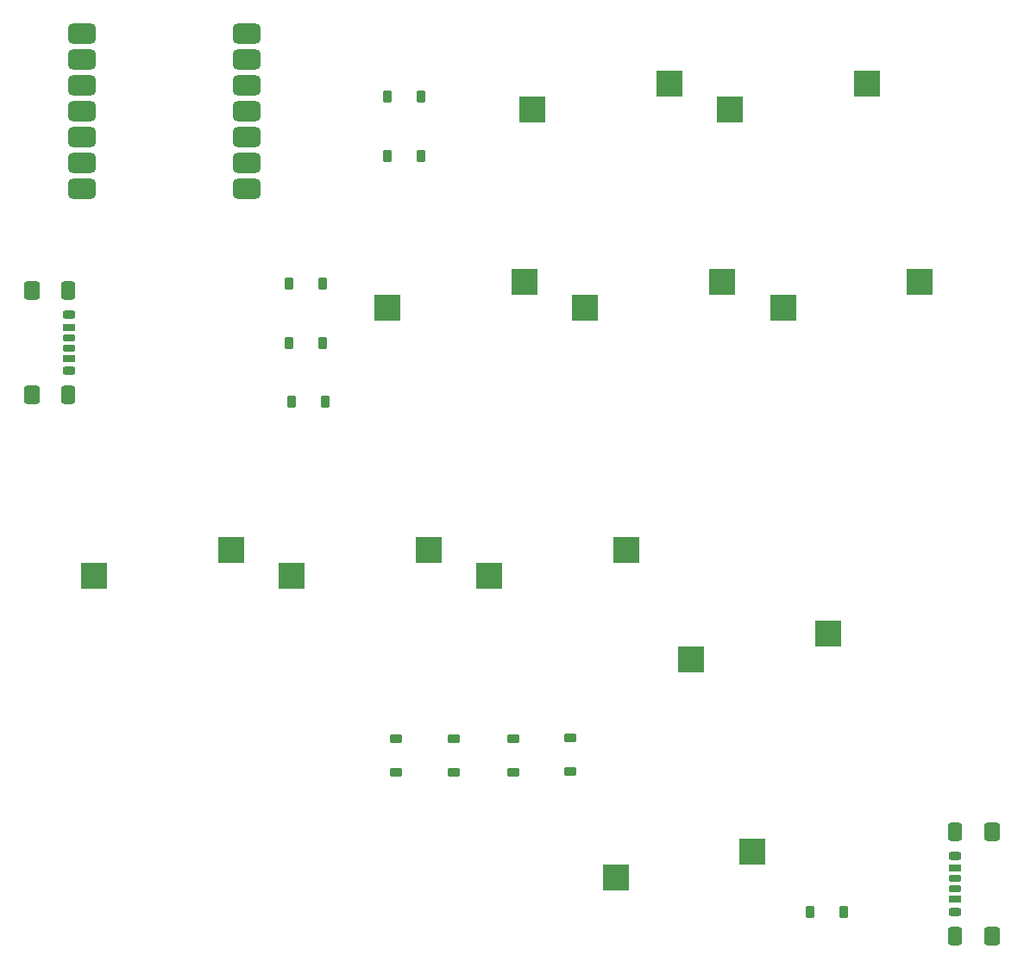
<source format=gbr>
%TF.GenerationSoftware,KiCad,Pcbnew,8.0.5*%
%TF.CreationDate,2024-10-06T16:45:38+11:00*%
%TF.ProjectId,TetrisKeyboard,54657472-6973-44b6-9579-626f6172642e,rev?*%
%TF.SameCoordinates,Original*%
%TF.FileFunction,Paste,Bot*%
%TF.FilePolarity,Positive*%
%FSLAX46Y46*%
G04 Gerber Fmt 4.6, Leading zero omitted, Abs format (unit mm)*
G04 Created by KiCad (PCBNEW 8.0.5) date 2024-10-06 16:45:38*
%MOMM*%
%LPD*%
G01*
G04 APERTURE LIST*
G04 Aperture macros list*
%AMRoundRect*
0 Rectangle with rounded corners*
0 $1 Rounding radius*
0 $2 $3 $4 $5 $6 $7 $8 $9 X,Y pos of 4 corners*
0 Add a 4 corners polygon primitive as box body*
4,1,4,$2,$3,$4,$5,$6,$7,$8,$9,$2,$3,0*
0 Add four circle primitives for the rounded corners*
1,1,$1+$1,$2,$3*
1,1,$1+$1,$4,$5*
1,1,$1+$1,$6,$7*
1,1,$1+$1,$8,$9*
0 Add four rect primitives between the rounded corners*
20,1,$1+$1,$2,$3,$4,$5,0*
20,1,$1+$1,$4,$5,$6,$7,0*
20,1,$1+$1,$6,$7,$8,$9,0*
20,1,$1+$1,$8,$9,$2,$3,0*%
G04 Aperture macros list end*
%ADD10R,2.550000X2.500000*%
%ADD11RoundRect,0.175000X0.425000X-0.175000X0.425000X0.175000X-0.425000X0.175000X-0.425000X-0.175000X0*%
%ADD12RoundRect,0.190000X-0.410000X0.190000X-0.410000X-0.190000X0.410000X-0.190000X0.410000X0.190000X0*%
%ADD13RoundRect,0.200000X-0.400000X0.200000X-0.400000X-0.200000X0.400000X-0.200000X0.400000X0.200000X0*%
%ADD14RoundRect,0.175000X-0.425000X0.175000X-0.425000X-0.175000X0.425000X-0.175000X0.425000X0.175000X0*%
%ADD15RoundRect,0.190000X0.410000X-0.190000X0.410000X0.190000X-0.410000X0.190000X-0.410000X-0.190000X0*%
%ADD16RoundRect,0.200000X0.400000X-0.200000X0.400000X0.200000X-0.400000X0.200000X-0.400000X-0.200000X0*%
%ADD17RoundRect,0.250000X0.500000X-0.650000X0.500000X0.650000X-0.500000X0.650000X-0.500000X-0.650000X0*%
%ADD18RoundRect,0.250000X0.425000X-0.650000X0.425000X0.650000X-0.425000X0.650000X-0.425000X-0.650000X0*%
%ADD19RoundRect,0.225000X0.375000X-0.225000X0.375000X0.225000X-0.375000X0.225000X-0.375000X-0.225000X0*%
%ADD20RoundRect,0.225000X-0.225000X-0.375000X0.225000X-0.375000X0.225000X0.375000X-0.225000X0.375000X0*%
%ADD21RoundRect,0.250000X-0.500000X0.650000X-0.500000X-0.650000X0.500000X-0.650000X0.500000X0.650000X0*%
%ADD22RoundRect,0.250000X-0.425000X0.650000X-0.425000X-0.650000X0.425000X-0.650000X0.425000X0.650000X0*%
%ADD23RoundRect,0.500000X0.875000X0.500000X-0.875000X0.500000X-0.875000X-0.500000X0.875000X-0.500000X0*%
G04 APERTURE END LIST*
D10*
%TO.C,SW9*%
X46990000Y-89060000D03*
X60415000Y-86520000D03*
%TD*%
%TO.C,SW6*%
X78790000Y-118660000D03*
X92215000Y-116120000D03*
%TD*%
%TO.C,SW1*%
X56390000Y-62740000D03*
X69815000Y-60200000D03*
%TD*%
%TO.C,SW4*%
X70590000Y-43260000D03*
X84015000Y-40720000D03*
%TD*%
%TO.C,SW5*%
X89990000Y-43260000D03*
X103415000Y-40720000D03*
%TD*%
%TO.C,SW10*%
X27590000Y-89060000D03*
X41015000Y-86520000D03*
%TD*%
%TO.C,SW7*%
X86190000Y-97260000D03*
X99615000Y-94720000D03*
%TD*%
%TO.C,SW3*%
X95200000Y-62740000D03*
X108625000Y-60200000D03*
%TD*%
%TO.C,SW8*%
X66390000Y-89060000D03*
X79815000Y-86520000D03*
%TD*%
%TO.C,SW2*%
X75790000Y-62740000D03*
X89215000Y-60200000D03*
%TD*%
D11*
%TO.C,USB_C*%
X25132500Y-66700000D03*
D12*
X25132500Y-64680000D03*
D13*
X25132500Y-63450000D03*
D14*
X25132500Y-65700000D03*
D15*
X25132500Y-67720000D03*
D16*
X25132500Y-68950000D03*
D17*
X21497500Y-71325000D03*
D18*
X25077500Y-71325000D03*
D17*
X21497500Y-61075000D03*
D18*
X25077500Y-61075000D03*
%TD*%
D19*
%TO.C,D8*%
X68700000Y-108350000D03*
X68700000Y-105050000D03*
%TD*%
%TO.C,D7*%
X62900000Y-108350000D03*
X62900000Y-105050000D03*
%TD*%
D20*
%TO.C,D4*%
X56350000Y-42000000D03*
X59650000Y-42000000D03*
%TD*%
%TO.C,D10*%
X97850000Y-122100000D03*
X101150000Y-122100000D03*
%TD*%
D19*
%TO.C,D9*%
X57200000Y-108350000D03*
X57200000Y-105050000D03*
%TD*%
D14*
%TO.C,USB_C*%
X112067500Y-118800000D03*
D15*
X112067500Y-120820000D03*
D16*
X112067500Y-122050000D03*
D11*
X112067500Y-119800000D03*
D12*
X112067500Y-117780000D03*
D13*
X112067500Y-116550000D03*
D21*
X115702500Y-114175000D03*
D22*
X112122500Y-114175000D03*
D21*
X115702500Y-124425000D03*
D22*
X112122500Y-124425000D03*
%TD*%
D19*
%TO.C,D6*%
X74300000Y-108250000D03*
X74300000Y-104950000D03*
%TD*%
D20*
%TO.C,D5*%
X56350000Y-47800000D03*
X59650000Y-47800000D03*
%TD*%
%TO.C,D1*%
X46750000Y-60400000D03*
X50050000Y-60400000D03*
%TD*%
D23*
%TO.C,Seed XIAO RP2040*%
X42582500Y-35785000D03*
X42582500Y-38325000D03*
X42582500Y-40865000D03*
X42582500Y-43405000D03*
X42582500Y-45945000D03*
X42582500Y-48485000D03*
X42582500Y-51025000D03*
X26417500Y-51025000D03*
X26417500Y-48485000D03*
X26417500Y-45945000D03*
X26417500Y-43405000D03*
X26417500Y-40865000D03*
X26417500Y-38325000D03*
X26417500Y-35785000D03*
%TD*%
D20*
%TO.C,D2*%
X46750000Y-66200000D03*
X50050000Y-66200000D03*
%TD*%
%TO.C,D3*%
X46950000Y-72000000D03*
X50250000Y-72000000D03*
%TD*%
M02*

</source>
